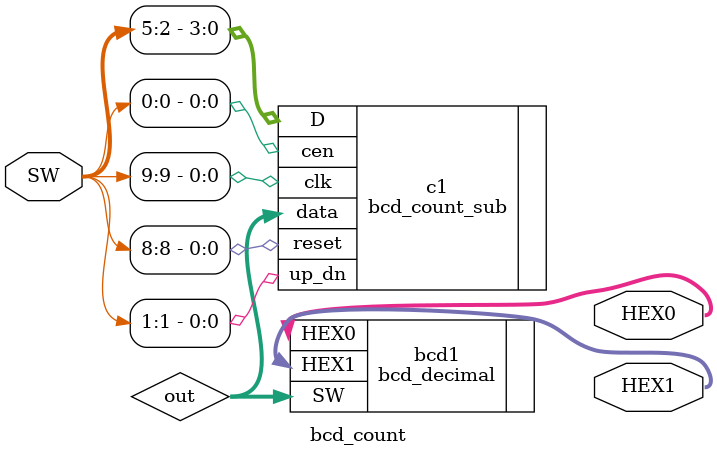
<source format=v>
module bcd_count(
	input [9:0] SW,
	output [0:6] HEX1, HEX0
	);
	
	wire [3:0] out;
	
		bcd_count_sub c1(
				.cen(SW[0]),
				.up_dn(SW[1]),
				.clk(SW[9]),
				.reset(SW[8]),
				.D(SW[5:2]),
				.data(out)
				);
	
		
		bcd_decimal bcd1(
				.SW(out),
				.HEX1(HEX1),
				.HEX0(HEX0)
				);
		
endmodule
</source>
